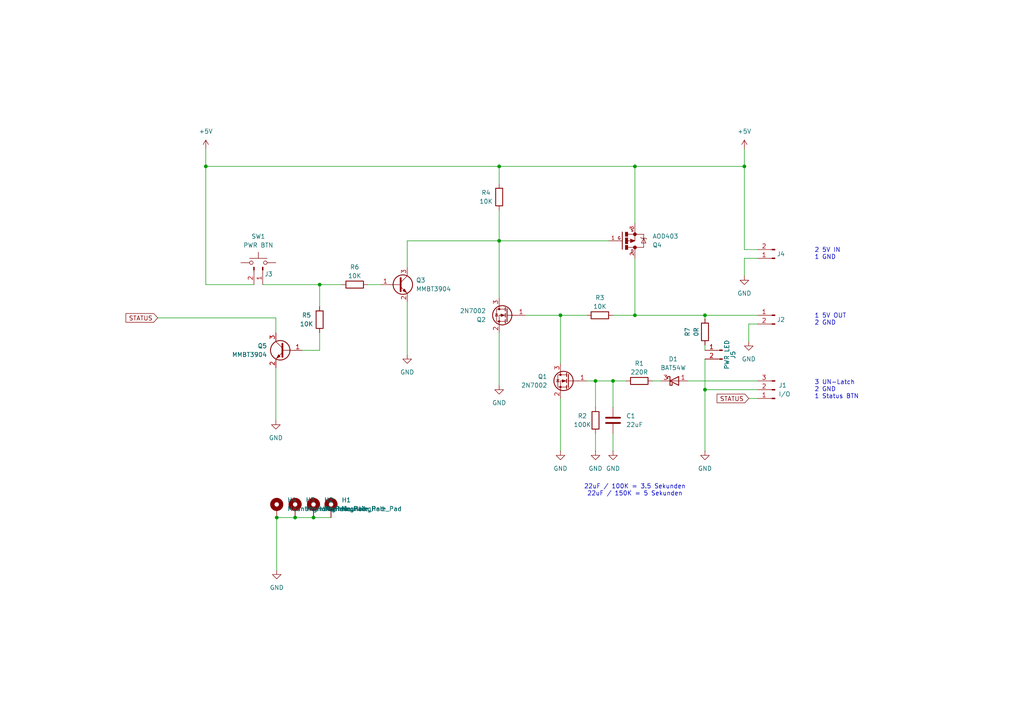
<source format=kicad_sch>
(kicad_sch (version 20250114) (generator "eeschema") (generator_version "9.0")
  (paper "A4")
  (lib_symbols
    (symbol "AOD403:AOD403" (pin_names (offset 1.016))
      (property "Reference" "Q" (at 5.08 2.54 0))
      (property "Value" "AOD403" (at 5.08 0 0))
      (symbol "AOD403_0_0"
        (polyline (pts (xy -3.81 0) (xy -5.08 0)) (stroke (width 0.1524)))
        (polyline (pts (xy -3.6576 2.413) (xy -3.6576 -2.54)) (stroke (width 0.254)))
        (rectangle (start -2.794 1.27) (end -2.032 2.54) (stroke (width 0.1)) (fill (type outline)))
        (rectangle (start -2.794 -0.889) (end -2.032 0.889) (stroke (width 0.1)) (fill (type outline)))
        (rectangle (start -2.794 -2.54) (end -2.032 -1.27) (stroke (width 0.1)) (fill (type outline)))
        (polyline (pts (xy -2.032 -1.905) (xy 2.54 -1.905)) (stroke (width 0.1524)))
        (polyline (pts (xy -1.27 0.508) (xy -1.27 -0.508)) (stroke (width 0.1524)))
        (polyline (pts (xy -1.27 -0.508) (xy 0 0)) (stroke (width 0.1524)))
        (polyline (pts (xy -1.143 0.254) (xy -1.143 0)) (stroke (width 0.3048)))
        (polyline (pts (xy -1.143 0) (xy -2.032 0)) (stroke (width 0.1524)))
        (polyline (pts (xy -1.143 0) (xy -0.889 0)) (stroke (width 0.3048)))
        (polyline (pts (xy -1.143 -0.254) (xy -0.254 0)) (stroke (width 0.3048)))
        (polyline (pts (xy -0.254 0) (xy -1.143 0.254)) (stroke (width 0.3048)))
        (polyline (pts (xy 0 2.54) (xy 0 1.905)) (stroke (width 0.1524)))
        (circle (center 0 1.905) (radius 0.127) (stroke (width 0.4064)))
        (polyline (pts (xy 0 1.905) (xy -2.0066 1.905)) (stroke (width 0.1524)))
        (polyline (pts (xy 0 1.905) (xy 2.54 1.905)) (stroke (width 0.1524)))
        (polyline (pts (xy 0 0) (xy -1.27 0.508)) (stroke (width 0.1524)))
        (polyline (pts (xy 0 0) (xy 0 -2.54)) (stroke (width 0.1524)))
        (circle (center 0 -1.905) (radius 0.127) (stroke (width 0.4064)))
        (polyline (pts (xy 1.905 0.635) (xy 2.54 -0.762)) (stroke (width 0.1524)))
        (polyline (pts (xy 1.905 -0.762) (xy 1.651 -1.016)) (stroke (width 0.1524)))
        (polyline (pts (xy 2.54 -0.762) (xy 1.905 -0.762)) (stroke (width 0.1524)))
        (polyline (pts (xy 2.54 -0.762) (xy 2.54 1.905)) (stroke (width 0.1524)))
        (polyline (pts (xy 2.54 -0.762) (xy 3.175 0.635)) (stroke (width 0.1524)))
        (polyline (pts (xy 2.54 -1.905) (xy 2.54 -0.762)) (stroke (width 0.1524)))
        (polyline (pts (xy 3.175 0.635) (xy 1.905 0.635)) (stroke (width 0.1524)))
        (polyline (pts (xy 3.175 -0.762) (xy 2.54 -0.762)) (stroke (width 0.1524)))
        (polyline (pts (xy 3.175 -0.762) (xy 3.429 -0.508)) (stroke (width 0.1524)))
        (text "G" (at -5.08 -1.27 0) (effects (font (size 0.8128 0.8128)) (justify left bottom)))
        (text "D" (at -1.27 2.54 0) (effects (font (size 0.8128 0.8128)) (justify left bottom)))
        (text "S" (at -1.27 -3.556 0) (effects (font (size 0.8128 0.8128)) (justify left bottom)))
        (pin passive line (at -7.62 0 0) (length 2.54) (name "~") (number "1"))
        (pin passive line (at 0 5.08 270) (length 2.54) (name "~") (number "2"))
        (pin passive line (at 0 -5.08 90) (length 2.54) (name "~") (number "3"))
      )
    )
    (symbol "Connector:Conn_01x02_Pin" (pin_names (offset 1.016) (hide yes))
      (property "Reference" "J" (at 0 2.54 0))
      (property "Value" "Conn_01x02_Pin" (at 0 -5.08 0))
      (symbol "Conn_01x02_Pin_1_1"
        (rectangle (start 0.8636 0.127) (end 0 -0.127) (stroke (width 0.1524)) (fill (type outline)))
        (rectangle (start 0.8636 -2.413) (end 0 -2.667) (stroke (width 0.1524)) (fill (type outline)))
        (polyline (pts (xy 1.27 0) (xy 0.8636 0)) (stroke (width 0.1524)))
        (polyline (pts (xy 1.27 -2.54) (xy 0.8636 -2.54)) (stroke (width 0.1524)))
        (pin passive line (at 5.08 0 180) (length 3.81) (name "Pin_1") (number "1"))
        (pin passive line (at 5.08 -2.54 180) (length 3.81) (name "Pin_2") (number "2"))
      )
    )
    (symbol "Connector:Conn_01x03_Pin" (pin_names (offset 1.016) (hide yes))
      (property "Reference" "J" (at 0 5.08 0))
      (property "Value" "Conn_01x03_Pin" (at 0 -5.08 0))
      (symbol "Conn_01x03_Pin_1_1"
        (rectangle (start 0.8636 2.667) (end 0 2.413) (stroke (width 0.1524)) (fill (type outline)))
        (rectangle (start 0.8636 0.127) (end 0 -0.127) (stroke (width 0.1524)) (fill (type outline)))
        (rectangle (start 0.8636 -2.413) (end 0 -2.667) (stroke (width 0.1524)) (fill (type outline)))
        (polyline (pts (xy 1.27 2.54) (xy 0.8636 2.54)) (stroke (width 0.1524)))
        (polyline (pts (xy 1.27 0) (xy 0.8636 0)) (stroke (width 0.1524)))
        (polyline (pts (xy 1.27 -2.54) (xy 0.8636 -2.54)) (stroke (width 0.1524)))
        (pin passive line (at 5.08 2.54 180) (length 3.81) (name "Pin_1") (number "1"))
        (pin passive line (at 5.08 0 180) (length 3.81) (name "Pin_2") (number "2"))
        (pin passive line (at 5.08 -2.54 180) (length 3.81) (name "Pin_3") (number "3"))
      )
    )
    (symbol "Device:C" (pin_numbers (hide yes)) (pin_names (offset 0.254))
      (property "Reference" "C" (at 0.635 2.54 0))
      (property "Value" "C" (at 0.635 -2.54 0))
      (symbol "C_0_1"
        (polyline (pts (xy -2.032 0.762) (xy 2.032 0.762)) (stroke (width 0.508)))
        (polyline (pts (xy -2.032 -0.762) (xy 2.032 -0.762)) (stroke (width 0.508)))
      )
      (symbol "C_1_1"
        (pin passive line (at 0 3.81 270) (length 2.794) (name "~") (number "1"))
        (pin passive line (at 0 -3.81 90) (length 2.794) (name "~") (number "2"))
      )
    )
    (symbol "Device:R" (pin_numbers (hide yes)) (pin_names (offset 0))
      (property "Reference" "R" (at 2.032 0 90))
      (property "Value" "R" (at 0 0 90))
      (symbol "R_0_1"
        (rectangle (start -1.016 -2.54) (end 1.016 2.54) (stroke (width 0.254)))
      )
      (symbol "R_1_1"
        (pin passive line (at 0 3.81 270) (length 1.27) (name "~") (number "1"))
        (pin passive line (at 0 -3.81 90) (length 1.27) (name "~") (number "2"))
      )
    )
    (symbol "Diode:BAT54W" (pin_names (offset 1.016) (hide yes))
      (property "Reference" "D" (at 0 2.54 0))
      (property "Value" "BAT54W" (at 0 -2.54 0))
      (symbol "BAT54W_0_1"
        (polyline (pts (xy -1.905 0.635) (xy -1.905 1.27) (xy -1.27 1.27) (xy -1.27 -1.27) (xy -0.635 -1.27) (xy -0.635 -0.635)) (stroke (width 0.254)))
        (polyline (pts (xy 1.27 1.27) (xy 1.27 -1.27) (xy -1.27 0) (xy 1.27 1.27)) (stroke (width 0.254)))
        (polyline (pts (xy 1.27 0) (xy -1.27 0)))
      )
      (symbol "BAT54W_1_1"
        (pin passive line (at -3.81 0 0) (length 2.54) (name "K") (number "3"))
        (pin no_connect line (at 0 0 90) (length 2.54) (hide yes) (name "NC") (number "2"))
        (pin passive line (at 3.81 0 180) (length 2.54) (name "A") (number "1"))
      )
    )
    (symbol "Mechanical:MountingHole_Pad" (pin_numbers (hide yes)) (pin_names (offset 1.016) (hide yes)) (in_bom no)
      (property "Reference" "H" (at 0 6.35 0))
      (property "Value" "MountingHole_Pad" (at 0 4.445 0))
      (symbol "MountingHole_Pad_0_1"
        (circle (center 0 1.27) (radius 1.27) (stroke (width 1.27)))
      )
      (symbol "MountingHole_Pad_1_1"
        (pin input line (at 0 -2.54 90) (length 2.54) (name "1") (number "1"))
      )
    )
    (symbol "Switch:SW_Push" (pin_numbers (hide yes)) (pin_names (offset 1.016) (hide yes))
      (property "Reference" "SW" (at 1.27 2.54 0))
      (property "Value" "SW_Push" (at 0 -1.524 0))
      (symbol "SW_Push_0_1"
        (circle (center -2.032 0) (radius 0.508))
        (polyline (pts (xy 0 1.27) (xy 0 3.048)))
        (circle (center 2.032 0) (radius 0.508))
        (polyline (pts (xy 2.54 1.27) (xy -2.54 1.27)))
        (pin passive line (at -5.08 0 0) (length 2.54) (name "1") (number "1"))
        (pin passive line (at 5.08 0 180) (length 2.54) (name "2") (number "2"))
      )
    )
    (symbol "Transistor_BJT:MMBT3904" (pin_names (offset 0) (hide yes))
      (property "Reference" "Q" (at 5.08 1.905 0))
      (property "Value" "MMBT3904" (at 5.08 0 0))
      (symbol "MMBT3904_0_1"
        (polyline (pts (xy -2.54 0) (xy 0.635 0)))
        (polyline (pts (xy 0.635 1.905) (xy 0.635 -1.905)) (stroke (width 0.508)))
        (circle (center 1.27 0) (radius 2.8194) (stroke (width 0.254)))
      )
      (symbol "MMBT3904_1_1"
        (polyline (pts (xy 0.635 0.635) (xy 2.54 2.54)))
        (polyline (pts (xy 0.635 -0.635) (xy 2.54 -2.54)))
        (polyline (pts (xy 1.27 -1.778) (xy 1.778 -1.27) (xy 2.286 -2.286) (xy 1.27 -1.778)) (fill (type outline)))
        (pin input line (at -5.08 0 0) (length 2.54) (name "B") (number "1"))
        (pin passive line (at 2.54 5.08 270) (length 2.54) (name "C") (number "3"))
        (pin passive line (at 2.54 -5.08 90) (length 2.54) (name "E") (number "2"))
      )
    )
    (symbol "Transistor_FET:2N7002" (pin_names (offset 0) (hide yes))
      (property "Reference" "Q" (at 5.08 1.905 0))
      (property "Value" "2N7002" (at 5.08 0 0))
      (symbol "2N7002_0_1"
        (polyline (pts (xy 0.254 1.905) (xy 0.254 -1.905)) (stroke (width 0.254)))
        (polyline (pts (xy 0.254 0) (xy -2.54 0)))
        (polyline (pts (xy 0.762 2.286) (xy 0.762 1.27)) (stroke (width 0.254)))
        (polyline (pts (xy 0.762 0.508) (xy 0.762 -0.508)) (stroke (width 0.254)))
        (polyline (pts (xy 0.762 -1.27) (xy 0.762 -2.286)) (stroke (width 0.254)))
        (polyline (pts (xy 0.762 -1.778) (xy 3.302 -1.778) (xy 3.302 1.778) (xy 0.762 1.778)))
        (polyline (pts (xy 1.016 0) (xy 2.032 0.381) (xy 2.032 -0.381) (xy 1.016 0)) (fill (type outline)))
        (circle (center 1.651 0) (radius 2.794) (stroke (width 0.254)))
        (polyline (pts (xy 2.54 2.54) (xy 2.54 1.778)))
        (circle (center 2.54 1.778) (radius 0.254) (fill (type outline)))
        (circle (center 2.54 -1.778) (radius 0.254) (fill (type outline)))
        (polyline (pts (xy 2.54 -2.54) (xy 2.54 0) (xy 0.762 0)))
        (polyline (pts (xy 2.921 0.381) (xy 3.683 0.381)))
        (polyline (pts (xy 3.302 0.381) (xy 2.921 -0.254) (xy 3.683 -0.254) (xy 3.302 0.381)))
      )
      (symbol "2N7002_1_1"
        (pin input line (at -5.08 0 0) (length 2.54) (name "G") (number "1"))
        (pin passive line (at 2.54 5.08 270) (length 2.54) (name "D") (number "3"))
        (pin passive line (at 2.54 -5.08 90) (length 2.54) (name "S") (number "2"))
      )
    )
    (symbol "power:+5V" (power) (pin_numbers (hide yes)) (pin_names (offset 0) (hide yes))
      (property "Value" "+5V" (at 0 3.556 0))
      (symbol "+5V_0_1"
        (polyline (pts (xy -0.762 1.27) (xy 0 2.54)))
        (polyline (pts (xy 0 2.54) (xy 0.762 1.27)))
        (polyline (pts (xy 0 0) (xy 0 2.54)))
      )
      (symbol "+5V_1_1"
        (pin power_in line (at 0 0 90) (length 0) (name "~") (number "1"))
      )
    )
    (symbol "power:GND" (power) (pin_numbers (hide yes)) (pin_names (offset 0) (hide yes))
      (property "Value" "GND" (at 0 -3.81 0))
      (symbol "GND_0_1"
        (polyline (pts (xy 0 0) (xy 0 -1.27) (xy 1.27 -1.27) (xy 0 -2.54) (xy -1.27 -1.27) (xy 0 -1.27)))
      )
      (symbol "GND_1_1"
        (pin power_in line (at 0 0 270) (length 0) (name "~") (number "1"))
      )
    )
  )
  (text "2 5V IN\n1 GND" (at 236.22 73.66 0) (effects (font (size 1.27 1.27)) (justify left)))
  (text "1 5V OUT\n2 GND" (at 236.22 92.71 0) (effects (font (size 1.27 1.27)) (justify left)))
  (text "22uF / 100K = 3.5 Sekunden\n22uF / 150K = 5 Sekunden" (at 184.15 142.24 0) (effects (font (size 1.27 1.27))))
  (text "3 UN-Latch\n2 GND\n1 Status BTN" (at 236.22 113.03 0) (effects (font (size 1.27 1.27)) (justify left)))
  (junction (at 215.9 48.26))
  (junction (at 59.69 48.26))
  (junction (at 172.72 110.49))
  (junction (at 144.78 69.85))
  (junction (at 184.15 48.26))
  (junction (at 204.47 113.03))
  (junction (at 85.598 150.114))
  (junction (at 204.47 91.44))
  (junction (at 177.8 110.49))
  (junction (at 144.78 48.26))
  (junction (at 80.264 150.114))
  (junction (at 92.71 82.55))
  (junction (at 90.932 150.114))
  (junction (at 184.15 91.44))
  (junction (at 162.56 91.44))
  (wire (pts (xy 162.56 91.44) (xy 162.56 105.41)))
  (wire (pts (xy 215.9 72.39) (xy 215.9 48.26)))
  (wire (pts (xy 118.11 87.63) (xy 118.11 102.87)))
  (wire (pts (xy 59.69 43.18) (xy 59.69 48.26)))
  (wire (pts (xy 76.2 82.55) (xy 92.71 82.55)))
  (wire (pts (xy 217.17 115.57) (xy 219.71 115.57)))
  (wire (pts (xy 59.69 48.26) (xy 59.69 82.55)))
  (wire (pts (xy 144.78 48.26) (xy 144.78 53.34)))
  (wire (pts (xy 92.71 82.55) (xy 99.06 82.55)))
  (wire (pts (xy 204.47 92.456) (xy 204.47 91.44)))
  (wire (pts (xy 85.598 150.114) (xy 90.932 150.114)))
  (wire (pts (xy 215.9 74.93) (xy 215.9 80.01)))
  (wire (pts (xy 199.39 110.49) (xy 219.71 110.49)))
  (wire (pts (xy 204.47 100.076) (xy 204.47 101.6)))
  (wire (pts (xy 215.9 43.18) (xy 215.9 48.26)))
  (wire (pts (xy 87.63 101.6) (xy 92.71 101.6)))
  (wire (pts (xy 204.47 113.03) (xy 219.71 113.03)))
  (wire (pts (xy 92.71 88.9) (xy 92.71 82.55)))
  (wire (pts (xy 172.72 110.49) (xy 177.8 110.49)))
  (wire (pts (xy 162.56 115.57) (xy 162.56 130.81)))
  (wire (pts (xy 45.72 92.202) (xy 80.01 92.202)))
  (wire (pts (xy 59.69 82.55) (xy 73.66 82.55)))
  (wire (pts (xy 204.47 113.03) (xy 204.47 130.81)))
  (wire (pts (xy 217.17 93.98) (xy 217.17 99.06)))
  (wire (pts (xy 184.15 91.44) (xy 204.47 91.44)))
  (wire (pts (xy 118.11 69.85) (xy 144.78 69.85)))
  (wire (pts (xy 184.15 74.93) (xy 184.15 91.44)))
  (wire (pts (xy 177.8 110.49) (xy 181.61 110.49)))
  (wire (pts (xy 184.15 48.26) (xy 184.15 64.77)))
  (wire (pts (xy 170.18 110.49) (xy 172.72 110.49)))
  (wire (pts (xy 59.69 48.26) (xy 144.78 48.26)))
  (wire (pts (xy 177.8 91.44) (xy 184.15 91.44)))
  (wire (pts (xy 144.78 69.85) (xy 176.53 69.85)))
  (wire (pts (xy 189.23 110.49) (xy 191.77 110.49)))
  (wire (pts (xy 144.78 69.85) (xy 144.78 86.36)))
  (wire (pts (xy 217.17 93.98) (xy 219.71 93.98)))
  (wire (pts (xy 80.264 150.114) (xy 80.264 165.354)))
  (wire (pts (xy 204.47 91.44) (xy 219.71 91.44)))
  (wire (pts (xy 215.9 74.93) (xy 219.71 74.93)))
  (wire (pts (xy 184.15 48.26) (xy 215.9 48.26)))
  (wire (pts (xy 144.78 48.26) (xy 184.15 48.26)))
  (wire (pts (xy 204.47 104.14) (xy 204.47 113.03)))
  (wire (pts (xy 90.932 150.114) (xy 96.012 150.114)))
  (wire (pts (xy 144.78 60.96) (xy 144.78 69.85)))
  (wire (pts (xy 172.72 125.73) (xy 172.72 130.81)))
  (wire (pts (xy 177.8 125.73) (xy 177.8 130.81)))
  (wire (pts (xy 106.68 82.55) (xy 110.49 82.55)))
  (wire (pts (xy 172.72 110.49) (xy 172.72 118.11)))
  (wire (pts (xy 80.01 106.68) (xy 80.01 121.92)))
  (wire (pts (xy 118.11 69.85) (xy 118.11 77.47)))
  (wire (pts (xy 177.8 110.49) (xy 177.8 118.11)))
  (wire (pts (xy 92.71 101.6) (xy 92.71 96.52)))
  (wire (pts (xy 144.78 96.52) (xy 144.78 111.76)))
  (wire (pts (xy 152.4 91.44) (xy 162.56 91.44)))
  (wire (pts (xy 80.01 96.52) (xy 80.01 92.202)))
  (wire (pts (xy 219.71 72.39) (xy 215.9 72.39)))
  (wire (pts (xy 80.264 150.114) (xy 85.598 150.114)))
  (wire (pts (xy 162.56 91.44) (xy 170.18 91.44)))
  (global_label "STATUS" (shape input) (at 217.17 115.57 180) (property "Intersheetrefs" "${INTERSHEET_REFS}" (effects (hide yes))))
  (global_label "STATUS" (shape input) (at 45.72 92.202 180) (property "Intersheetrefs" "${INTERSHEET_REFS}" (effects (hide yes))))
  (symbol (lib_id "power:GND") (at 162.56 130.81 0) (unit 1)
    (property "Reference" "#PWR01" (effects (hide yes)))
    (property "Value" "GND" (at 162.56 135.89 0))
    (property "Description" "Power symbol creates a global label with name \"GND\" , ground" (effects (hide yes)))
  )
  (symbol (lib_id "Mechanical:MountingHole_Pad") (at 80.264 147.574 0) (unit 1) (in_bom no)
    (property "Reference" "H4" (at 83.312 145.0339 0) (effects (justify left)))
    (property "Value" "MountingHole_Pad" (at 83.312 147.5739 0) (effects (justify left)))
    (property "Footprint" "MountingHole:MountingHole_3.5mm_Pad" (effects (hide yes)))
    (property "Description" "Mounting Hole with connection" (effects (hide yes)))
  )
  (symbol (lib_id "Connector:Conn_01x02_Pin") (at 209.55 101.6 0) (mirror y) (unit 1)
    (property "Reference" "J5" (at 212.598 104.14 90) (effects (justify left)))
    (property "Value" "PWR LED" (at 210.82 107.188 90) (effects (justify left)))
    (property "Footprint" "Connector_PinHeader_2.54mm:PinHeader_1x02_P2.54mm_Vertical" (effects (hide yes)))
    (property "Description" "Generic connector, single row, 01x02, script generated" (effects (hide yes)))
  )
  (symbol (lib_id "power:GND") (at 118.11 102.87 0) (unit 1)
    (property "Reference" "#PWR07" (effects (hide yes)))
    (property "Value" "GND" (at 118.11 107.95 0))
    (property "Description" "Power symbol creates a global label with name \"GND\" , ground" (effects (hide yes)))
  )
  (symbol (lib_id "Device:R") (at 185.42 110.49 90) (unit 1)
    (property "Reference" "R1" (at 185.42 105.41 90))
    (property "Value" "220R" (at 185.42 107.95 90))
    (property "Footprint" "Resistor_SMD:R_0805_2012Metric" (effects (hide yes)))
    (property "Description" "Resistor" (effects (hide yes)))
  )
  (symbol (lib_id "Mechanical:MountingHole_Pad") (at 96.012 147.574 0) (unit 1) (in_bom no)
    (property "Reference" "H1" (at 99.06 145.0339 0) (effects (justify left)))
    (property "Value" "MountingHole_Pad" (at 99.06 147.5739 0) (effects (justify left)))
    (property "Footprint" "MountingHole:MountingHole_3.5mm_Pad" (effects (hide yes)))
    (property "Description" "Mounting Hole with connection" (effects (hide yes)))
  )
  (symbol (lib_id "Transistor_FET:2N7002") (at 147.32 91.44 0) (mirror y) (unit 1)
    (property "Reference" "Q2" (at 140.97 92.7101 0) (effects (justify left)))
    (property "Value" "2N7002" (at 140.97 90.1701 0) (effects (justify left)))
    (property "Footprint" "Package_TO_SOT_SMD:SOT-23" (effects (hide yes)))
    (property "Datasheet" "https://www.onsemi.com/pub/Collateral/NDS7002A-D.PDF" (effects (hide yes)))
    (property "Description" "0.115A Id, 60V Vds, N-Channel MOSFET, SOT-23" (effects (hide yes)))
  )
  (symbol (lib_id "Transistor_FET:2N7002") (at 165.1 110.49 0) (mirror y) (unit 1)
    (property "Reference" "Q1" (at 158.75 109.2199 0) (effects (justify left)))
    (property "Value" "2N7002" (at 158.75 111.7599 0) (effects (justify left)))
    (property "Footprint" "Package_TO_SOT_SMD:SOT-23" (effects (hide yes)))
    (property "Datasheet" "https://www.onsemi.com/pub/Collateral/NDS7002A-D.PDF" (effects (hide yes)))
    (property "Description" "0.115A Id, 60V Vds, N-Channel MOSFET, SOT-23" (effects (hide yes)))
  )
  (symbol (lib_id "Connector:Conn_01x03_Pin") (at 224.79 113.03 180) (unit 1)
    (property "Reference" "J1" (at 225.806 111.7599 0) (effects (justify right)))
    (property "Value" "I/O" (at 225.806 114.2999 0) (effects (justify right)))
    (property "Footprint" "Connector_PinHeader_2.54mm:PinHeader_1x03_P2.54mm_Vertical" (effects (hide yes)))
    (property "Description" "Generic connector, single row, 01x03, script generated" (effects (hide yes)))
  )
  (symbol (lib_id "Mechanical:MountingHole_Pad") (at 90.932 147.574 0) (unit 1) (in_bom no)
    (property "Reference" "H2" (at 93.98 145.0339 0) (effects (justify left)))
    (property "Value" "MountingHole_Pad" (at 93.98 147.5739 0) (effects (justify left)))
    (property "Footprint" "MountingHole:MountingHole_3.5mm_Pad" (effects (hide yes)))
    (property "Description" "Mounting Hole with connection" (effects (hide yes)))
  )
  (symbol (lib_id "Transistor_BJT:MMBT3904") (at 82.55 101.6 0) (mirror y) (unit 1)
    (property "Reference" "Q5" (at 77.47 100.3299 0) (effects (justify left)))
    (property "Value" "MMBT3904" (at 77.47 102.8699 0) (effects (justify left)))
    (property "Footprint" "Package_TO_SOT_SMD:SOT-23" (effects (hide yes)))
    (property "Datasheet" "https://www.onsemi.com/pdf/datasheet/pzt3904-d.pdf" (effects (hide yes)))
    (property "Description" "0.2A Ic, 40V Vce, Small Signal NPN Transistor, SOT-23" (effects (hide yes)))
  )
  (symbol (lib_id "power:GND") (at 204.47 130.81 0) (unit 1)
    (property "Reference" "#PWR011" (effects (hide yes)))
    (property "Value" "GND" (at 204.47 135.89 0))
    (property "Description" "Power symbol creates a global label with name \"GND\" , ground" (effects (hide yes)))
  )
  (symbol (lib_id "Mechanical:MountingHole_Pad") (at 85.598 147.574 0) (unit 1) (in_bom no)
    (property "Reference" "H3" (at 88.646 145.0339 0) (effects (justify left)))
    (property "Value" "MountingHole_Pad" (at 88.646 147.5739 0) (effects (justify left)))
    (property "Footprint" "MountingHole:MountingHole_3.5mm_Pad" (effects (hide yes)))
    (property "Description" "Mounting Hole with connection" (effects (hide yes)))
  )
  (symbol (lib_id "Connector:Conn_01x02_Pin") (at 76.2 77.47 270) (unit 1)
    (property "Reference" "J3" (at 76.708 79.502 90) (effects (justify left)))
    (property "Value" "Conn_01x02_Pin" (effects (hide yes)))
    (property "Footprint" "Connector_PinHeader_2.54mm:PinHeader_1x02_P2.54mm_Vertical" (effects (hide yes)))
    (property "Description" "Generic connector, single row, 01x02, script generated" (effects (hide yes)))
  )
  (symbol (lib_id "Connector:Conn_01x02_Pin") (at 224.79 74.93 180) (unit 1)
    (property "Reference" "J4" (at 225.298 73.66 0) (effects (justify right)))
    (property "Value" "5V OUT" (effects (hide yes)))
    (property "Footprint" "Connector_JST:JST_XH_B2B-XH-A_1x02_P2.50mm_Vertical" (effects (hide yes)))
    (property "Description" "Generic connector, single row, 01x02, script generated" (effects (hide yes)))
  )
  (symbol (lib_id "Device:R") (at 204.47 96.266 180) (unit 1)
    (property "Reference" "R7" (at 199.39 96.266 90))
    (property "Value" "0R" (at 201.93 96.266 90))
    (property "Footprint" "Resistor_SMD:R_0805_2012Metric" (effects (hide yes)))
    (property "Description" "Resistor" (effects (hide yes)))
  )
  (symbol (lib_id "power:+5V") (at 215.9 43.18 0) (unit 1)
    (property "Reference" "#PWR06" (effects (hide yes)))
    (property "Value" "+5V" (at 215.9 38.1 0))
    (property "Description" "Power symbol creates a global label with name \"+5V\"" (effects (hide yes)))
  )
  (symbol (lib_id "Diode:BAT54W") (at 195.58 110.49 0) (unit 1)
    (property "Reference" "D1" (at 195.2625 104.14 0))
    (property "Value" "BAT54W" (at 195.2625 106.68 0))
    (property "Footprint" "Package_TO_SOT_SMD:SOT-323_SC-70" (effects (hide yes)))
    (property "Datasheet" "https://assets.nexperia.com/documents/data-sheet/BAT54W_SER.pdf" (effects (hide yes)))
    (property "Description" "Schottky barrier diode, SOT-323" (effects (hide yes)))
  )
  (symbol (lib_id "Device:R") (at 173.99 91.44 90) (unit 1)
    (property "Reference" "R3" (at 173.99 86.36 90))
    (property "Value" "10K" (at 173.99 88.9 90))
    (property "Footprint" "Resistor_SMD:R_0805_2012Metric" (effects (hide yes)))
    (property "Description" "Resistor" (effects (hide yes)))
  )
  (symbol (lib_id "Switch:SW_Push") (at 74.93 76.2 0) (unit 1)
    (property "Reference" "SW1" (at 74.93 68.58 0))
    (property "Value" "PWR BTN" (at 74.93 71.12 0))
    (property "Description" "Push button switch, generic, two pins" (effects (hide yes)))
  )
  (symbol (lib_id "power:GND") (at 177.8 130.81 0) (unit 1)
    (property "Reference" "#PWR03" (effects (hide yes)))
    (property "Value" "GND" (at 177.8 135.89 0))
    (property "Description" "Power symbol creates a global label with name \"GND\" , ground" (effects (hide yes)))
  )
  (symbol (lib_id "power:GND") (at 217.17 99.06 0) (unit 1)
    (property "Reference" "#PWR010" (effects (hide yes)))
    (property "Value" "GND" (at 217.17 104.14 0))
    (property "Description" "Power symbol creates a global label with name \"GND\" , ground" (effects (hide yes)))
  )
  (symbol (lib_id "Device:C") (at 177.8 121.92 0) (unit 1)
    (property "Reference" "C1" (at 181.61 120.6499 0) (effects (justify left)))
    (property "Value" "22uF" (at 181.61 123.1899 0) (effects (justify left)))
    (property "Footprint" "Capacitor_SMD:C_0805_2012Metric" (effects (hide yes)))
    (property "Description" "Unpolarized capacitor" (effects (hide yes)))
  )
  (symbol (lib_id "Connector:Conn_01x02_Pin") (at 224.79 91.44 0) (mirror y) (unit 1)
    (property "Reference" "J2" (at 225.298 92.71 0) (effects (justify right)))
    (property "Value" "5V OUT" (effects (hide yes)))
    (property "Footprint" "Connector_JST:JST_XH_B2B-XH-A_1x02_P2.50mm_Vertical" (effects (hide yes)))
    (property "Description" "Generic connector, single row, 01x02, script generated" (effects (hide yes)))
  )
  (symbol (lib_id "power:GND") (at 215.9 80.01 0) (unit 1)
    (property "Reference" "#PWR012" (effects (hide yes)))
    (property "Value" "GND" (at 215.9 85.09 0))
    (property "Description" "Power symbol creates a global label with name \"GND\" , ground" (effects (hide yes)))
  )
  (symbol (lib_id "power:+5V") (at 59.69 43.18 0) (unit 1)
    (property "Reference" "#PWR05" (effects (hide yes)))
    (property "Value" "+5V" (at 59.69 38.1 0))
    (property "Description" "Power symbol creates a global label with name \"+5V\"" (effects (hide yes)))
  )
  (symbol (lib_id "Device:R") (at 144.78 57.15 180) (unit 1)
    (property "Reference" "R4" (at 140.97 55.88 0))
    (property "Value" "10K" (at 140.97 58.42 0))
    (property "Footprint" "Resistor_SMD:R_0805_2012Metric" (effects (hide yes)))
    (property "Description" "Resistor" (effects (hide yes)))
  )
  (symbol (lib_id "power:GND") (at 144.78 111.76 0) (unit 1)
    (property "Reference" "#PWR04" (effects (hide yes)))
    (property "Value" "GND" (at 144.78 116.84 0))
    (property "Description" "Power symbol creates a global label with name \"GND\" , ground" (effects (hide yes)))
  )
  (symbol (lib_id "Transistor_BJT:MMBT3904") (at 115.57 82.55 0) (unit 1)
    (property "Reference" "Q3" (at 120.65 81.2799 0) (effects (justify left)))
    (property "Value" "MMBT3904" (at 120.65 83.8199 0) (effects (justify left)))
    (property "Footprint" "Package_TO_SOT_SMD:SOT-23" (effects (hide yes)))
    (property "Datasheet" "https://www.onsemi.com/pdf/datasheet/pzt3904-d.pdf" (effects (hide yes)))
    (property "Description" "0.2A Ic, 40V Vce, Small Signal NPN Transistor, SOT-23" (effects (hide yes)))
  )
  (symbol (lib_id "power:GND") (at 172.72 130.81 0) (unit 1)
    (property "Reference" "#PWR02" (effects (hide yes)))
    (property "Value" "GND" (at 172.72 135.89 0))
    (property "Description" "Power symbol creates a global label with name \"GND\" , ground" (effects (hide yes)))
  )
  (symbol (lib_id "Device:R") (at 92.71 92.71 180) (unit 1)
    (property "Reference" "R5" (at 88.9 91.44 0))
    (property "Value" "10K" (at 88.9 93.98 0))
    (property "Footprint" "Resistor_SMD:R_0805_2012Metric" (effects (hide yes)))
    (property "Description" "Resistor" (effects (hide yes)))
  )
  (symbol (lib_id "Device:R") (at 172.72 121.92 180) (unit 1)
    (property "Reference" "R2" (at 168.91 120.65 0))
    (property "Value" "100K" (at 168.91 123.19 0))
    (property "Footprint" "Resistor_SMD:R_0805_2012Metric" (effects (hide yes)))
    (property "Description" "Resistor" (effects (hide yes)))
  )
  (symbol (lib_id "AOD403:AOD403") (at 184.15 69.85 0) (mirror x) (unit 1)
    (property "Reference" "Q4" (at 189.23 71.0759 0) (effects (justify left)))
    (property "Value" "AOD403" (at 189.23 68.5359 0) (effects (justify left)))
    (property "Footprint" "AOD403:TO252" (effects (hide yes)))
    (property "MF" "Alpha &" (effects (hide yes)))
    (property "Description_1" "P-Channel 30V 15A (Ta), 70A (Tc) 2.5W (Ta), 90W (Tc) Surface Mount TO-252, (D-Pak)" (effects (hide yes)))
    (property "Package" "TO-252 Alpha &amp; Omega Semiconductor" (effects (hide yes)))
    (property "Price" "None" (effects (hide yes)))
    (property "SnapEDA_Link" "https://www.snapeda.com/parts/AOD403/Alpha/view-part/?ref=snap" (effects (hide yes)))
    (property "MP" "AOD403" (effects (hide yes)))
    (property "Availability" "In Stock" (effects (hide yes)))
    (property "Check_prices" "https://www.snapeda.com/parts/AOD403/Alpha/view-part/?ref=eda" (effects (hide yes)))
  )
  (symbol (lib_id "Device:R") (at 102.87 82.55 90) (unit 1)
    (property "Reference" "R6" (at 102.87 77.47 90))
    (property "Value" "10K" (at 102.87 80.01 90))
    (property "Footprint" "Resistor_SMD:R_0805_2012Metric" (effects (hide yes)))
    (property "Description" "Resistor" (effects (hide yes)))
  )
  (symbol (lib_id "power:GND") (at 80.01 121.92 0) (unit 1)
    (property "Reference" "#PWR08" (effects (hide yes)))
    (property "Value" "GND" (at 80.01 127 0))
    (property "Description" "Power symbol creates a global label with name \"GND\" , ground" (effects (hide yes)))
  )
  (symbol (lib_id "power:GND") (at 80.264 165.354 0) (unit 1)
    (property "Reference" "#PWR09" (effects (hide yes)))
    (property "Value" "GND" (at 80.264 170.434 0))
    (property "Description" "Power symbol creates a global label with name \"GND\" , ground" (effects (hide yes)))
  )
)
</source>
